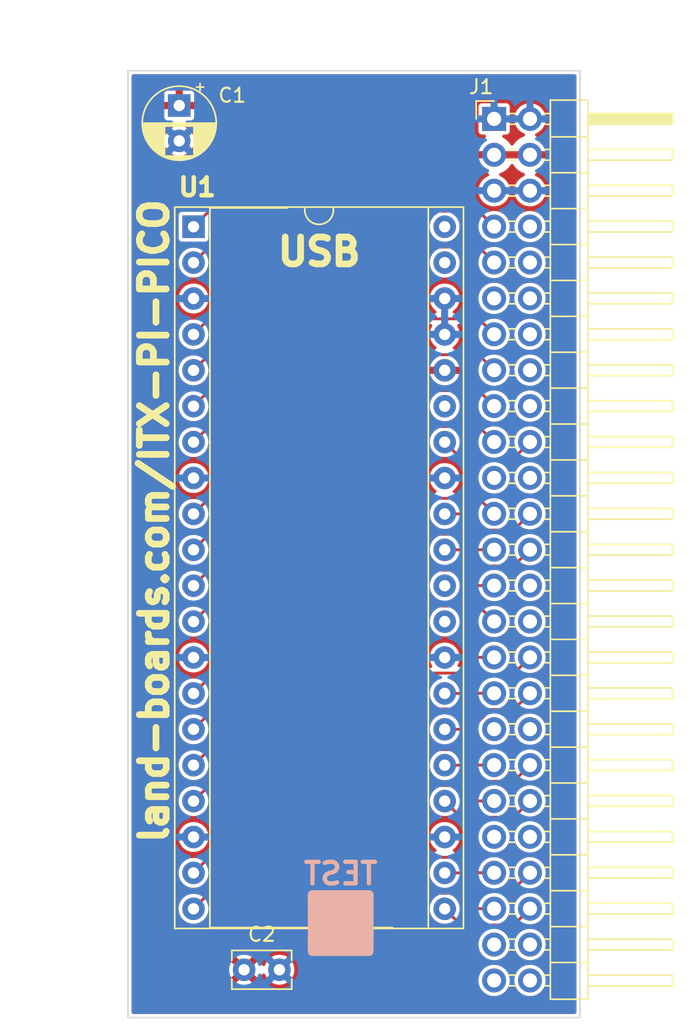
<source format=kicad_pcb>
(kicad_pcb (version 20211014) (generator pcbnew)
  (title_block (title "ITX-PI-PICO") (date "2022-08-28") (rev "1") (company "land-boards.com"))
  (layers (0 "F.Cu" signal) (31 "B.Cu" signal) (36 "B.SilkS" user "B.Silkscreen") (37 "F.SilkS" user "F.Silkscreen") (38 "B.Mask" user) (39 "F.Mask" user) (44 "Edge.Cuts" user))
  (net 0 "")
  (net 1 "/IO_AA13")
  (net 2 "GND")
  (net 3 "+3V3")
  (net 4 "/IO_AB13")
  (net 5 "/IO_AA14")
  (net 6 "/IO_AB14")
  (net 7 "/IO_AA15")
  (net 8 "/IO_AB15")
  (net 9 "/IO_AA16")
  (net 10 "/IO_AB16")
  (net 11 "/IO_AA17")
  (net 12 "/IO_AB17")
  (net 13 "/IO_AA18")
  (net 14 "/IO_AB18")
  (net 15 "/IO_AA19")
  (net 16 "/IO_AB19")
  (net 17 "/IO_AB20")
  (net 18 "/IO_AA20")
  (net 19 "/IO_Y21")
  (net 20 "/IO_Y22")
  (net 21 "/IO_W21")
  (net 22 "/IO_W22")
  (net 23 "/IO_V21")
  (net 24 "/IO_V22")
  (net 25 "/IO_U21")
  (net 26 "/IO_U22")
  (net 27 "/IO_R21")
  (net 28 "/IO_R22")
  (net 29 "/IO_P21")
  (net 30 "/IO_P22")
  (net 31 "/IO_N21")
  (net 32 "/IO_M21")
  (net 33 "/IO_M22")
  (net 34 "/IO_L21")
  (net 35 "/IO_L22")
  (net 36 "/IO_K21")
  (net 37 "/IO_K22")
  (net 38 "/IO_J21")
  (net 39 "/IO_J22")
  (net 40 "/IO_N22")
  (footprint "LandBoards_BoardOutlines:RasPiPico" (layer "F.Cu") (at 88.641 66.045)
    (fp_text reference "U1" (at 0.259 -2.799 -180) (layer "F.SilkS") (effects (font (size 1.27 1.27) (thickness 0.3175))))
    (fp_text value "RPi-PICO" hide)
    (fp_line (start 6.62 -1.33) (end 1.16 -1.33) (layer "F.SilkS") (width 0.12))
    (fp_line (start 16.62 49.59) (end 16.62 -1.33) (layer "F.SilkS") (width 0.12))
    (fp_line (start 19.11 49.65) (end 19.11 -1.39) (layer "F.SilkS") (width 0.12))
    (fp_line (start 1.16 49.59) (end 14.08 49.59) (layer "F.SilkS") (width 0.12))
    (fp_line (start -1.33 -1.39) (end -1.33 49.65) (layer "F.SilkS") (width 0.12))
    (fp_line (start -1.33 49.65) (end 19.11 49.65) (layer "F.SilkS") (width 0.12))
    (fp_line (start 19.11 -1.39) (end -1.33 -1.39) (layer "F.SilkS") (width 0.12))
    (fp_line (start 1.16 -1.33) (end 1.16 49.59) (layer "F.SilkS") (width 0.12))
    (fp_arc (start 9.89 -1.33) (mid 8.89 -0.16725) (end 7.89 -1.33) (layer "F.SilkS") (width 0.12))
    (pad "1" thru_hole rect (at 0 0) (size 1.6 1.6) (drill 0.8) (layers *.Cu *.Mask) (net 1 "/IO_AA13"))
    (pad "2" thru_hole oval (at 0 2.54) (size 1.6 1.6) (drill 0.8) (layers *.Cu *.Mask) (net 5 "/IO_AA14"))
    (pad "3" thru_hole oval (at 0 5.08) (size 1.6 1.6) (drill 0.8) (layers *.Cu *.Mask) (net 2 "GND"))
    (pad "4" thru_hole oval (at 0 7.62) (size 1.6 1.6) (drill 0.8) (layers *.Cu *.Mask) (net 9 "/IO_AA16"))
    (pad "5" thru_hole oval (at 0 10.16) (size 1.6 1.6) (drill 0.8) (layers *.Cu *.Mask) (net 11 "/IO_AA17"))
    (pad "6" thru_hole oval (at 0 12.7) (size 1.6 1.6) (drill 0.8) (layers *.Cu *.Mask) (net 13 "/IO_AA18"))
    (pad "7" thru_hole oval (at 0 15.24) (size 1.6 1.6) (drill 0.8) (layers *.Cu *.Mask) (net 15 "/IO_AA19"))
    (pad "8" thru_hole oval (at 0 17.78) (size 1.6 1.6) (drill 0.8) (layers *.Cu *.Mask) (net 2 "GND"))
    (pad "9" thru_hole oval (at 0 20.32) (size 1.6 1.6) (drill 0.8) (layers *.Cu *.Mask) (net 20 "/IO_Y22"))
    (pad "10" thru_hole oval (at 0 22.86) (size 1.6 1.6) (drill 0.8) (layers *.Cu *.Mask) (net 22 "/IO_W22"))
    (pad "11" thru_hole oval (at 0 25.4) (size 1.6 1.6) (drill 0.8) (layers *.Cu *.Mask) (net 24 "/IO_V22"))
    (pad "12" thru_hole oval (at 0 27.94) (size 1.6 1.6) (drill 0.8) (layers *.Cu *.Mask) (net 26 "/IO_U22"))
    (pad "13" thru_hole oval (at 0 30.48) (size 1.6 1.6) (drill 0.8) (layers *.Cu *.Mask) (net 2 "GND"))
    (pad "14" thru_hole oval (at 0 33.02) (size 1.6 1.6) (drill 0.8) (layers *.Cu *.Mask) (net 28 "/IO_R22"))
    (pad "15" thru_hole oval (at 0 35.56) (size 1.6 1.6) (drill 0.8) (layers *.Cu *.Mask) (net 30 "/IO_P22"))
    (pad "16" thru_hole oval (at 0 38.1) (size 1.6 1.6) (drill 0.8) (layers *.Cu *.Mask) (net 40 "/IO_N22"))
    (pad "17" thru_hole oval (at 0 40.64) (size 1.6 1.6) (drill 0.8) (layers *.Cu *.Mask) (net 33 "/IO_M22"))
    (pad "18" thru_hole oval (at 0 43.18) (size 1.6 1.6) (drill 0.8) (layers *.Cu *.Mask) (net 2 "GND"))
    (pad "19" thru_hole oval (at 0 45.72) (size 1.6 1.6) (drill 0.8) (layers *.Cu *.Mask) (net 37 "/IO_K22"))
    (pad "20" thru_hole oval (at 0 48.26) (size 1.6 1.6) (drill 0.8) (layers *.Cu *.Mask) (net 39 "/IO_J22"))
    (pad "21" thru_hole oval (at 17.78 48.26) (size 1.6 1.6) (drill 0.8) (layers *.Cu *.Mask) (net 38 "/IO_J21"))
    (pad "22" thru_hole oval (at 17.78 45.72) (size 1.6 1.6) (drill 0.8) (layers *.Cu *.Mask) (net 36 "/IO_K21"))
    (pad "23" thru_hole oval (at 17.78 43.18) (size 1.6 1.6) (drill 0.8) (layers *.Cu *.Mask) (net 2 "GND"))
    (pad "24" thru_hole oval (at 17.78 40.64) (size 1.6 1.6) (drill 0.8) (layers *.Cu *.Mask) (net 32 "/IO_M21"))
    (pad "25" thru_hole oval (at 17.78 38.1) (size 1.6 1.6) (drill 0.8) (layers *.Cu *.Mask) (net 31 "/IO_N21"))
    (pad "26" thru_hole oval (at 17.78 35.56) (size 1.6 1.6) (drill 0.8) (layers *.Cu *.Mask) (net 29 "/IO_P21"))
    (pad "27" thru_hole oval (at 17.78 33.02) (size 1.6 1.6) (drill 0.8) (layers *.Cu *.Mask) (net 27 "/IO_R21"))
    (pad "28" thru_hole oval (at 17.78 30.48) (size 1.6 1.6) (drill 0.8) (layers *.Cu *.Mask) (net 2 "GND"))
    (pad "29" thru_hole oval (at 17.78 27.94) (size 1.6 1.6) (drill 0.8) (layers *.Cu *.Mask))
    (pad "30" thru_hole oval (at 17.78 25.4) (size 1.6 1.6) (drill 0.8) (layers *.Cu *.Mask))
    (pad "31" thru_hole oval (at 17.78 22.86) (size 1.6 1.6) (drill 0.8) (layers *.Cu *.Mask) (net 21 "/IO_W21"))
    (pad "32" thru_hole oval (at 17.78 20.32) (size 1.6 1.6) (drill 0.8) (layers *.Cu *.Mask) (net 19 "/IO_Y21"))
    (pad "33" thru_hole oval (at 17.78 17.78) (size 1.6 1.6) (drill 0.8) (layers *.Cu *.Mask) (net 2 "GND"))
    (pad "34" thru_hole oval (at 17.78 15.24) (size 1.6 1.6) (drill 0.8) (layers *.Cu *.Mask) (net 16 "/IO_AB19"))
    (pad "35" thru_hole oval (at 17.78 12.7) (size 1.6 1.6) (drill 0.8) (layers *.Cu *.Mask))
    (pad "36" thru_hole oval (at 17.78 10.16) (size 1.6 1.6) (drill 0.8) (layers *.Cu *.Mask) (net 3 "+3V3"))
    (pad "37" thru_hole oval (at 17.78 7.62) (size 1.6 1.6) (drill 0.8) (layers *.Cu *.Mask) (net 2 "GND"))
    (pad "38" thru_hole oval (at 17.78 5.08) (size 1.6 1.6) (drill 0.8) (layers *.Cu *.Mask) (net 2 "GND"))
    (pad "39" thru_hole oval (at 17.78 2.54) (size 1.6 1.6) (drill 0.8) (layers *.Cu *.Mask))
    (pad "40" thru_hole oval (at 17.78 0) (size 1.6 1.6) (drill 0.8) (layers *.Cu *.Mask))
  )
  (footprint "LandBoards_Marking:TEST_BLK-REAR" (layer "F.Cu") (at 99.06 115.316)
    (fp_text reference "TEST" (at 0 -3.5) (layer "B.SilkS") (effects (font (size 1.524 1.524) (thickness 0.3048)) (justify mirror)))
    (fp_text value "COUPON" hide)
    (fp_line (start -2 0.5) (end 1.5 0.5) (layer "B.SilkS") (width 0.65))
    (fp_line (start -2 2) (end -2 -2) (layer "B.SilkS") (width 0.65))
    (fp_line (start -2 -1.5) (end 2 -1.5) (layer "B.SilkS") (width 0.65))
    (fp_line (start 2 2) (end -2 2) (layer "B.SilkS") (width 0.65))
    (fp_line (start 1.5 0.5) (end 2 0.5) (layer "B.SilkS") (width 0.65))
    (fp_line (start 2 0.5) (end 2 1) (layer "B.SilkS") (width 0.65))
    (fp_line (start 2 -2) (end 2 2) (layer "B.SilkS") (width 0.65))
    (fp_line (start 2 -1.5) (end 2 -1) (layer "B.SilkS") (width 0.65))
    (fp_line (start 2 0) (end -2 0) (layer "B.SilkS") (width 0.65))
    (fp_line (start -2 -1) (end -2 -0.5) (layer "B.SilkS") (width 0.65))
    (fp_line (start -2 1.5) (end 2 1.5) (layer "B.SilkS") (width 0.65))
    (fp_line (start -2 -2) (end 2 -2) (layer "B.SilkS") (width 0.65))
    (fp_line (start 2 -1) (end -2 -1) (layer "B.SilkS") (width 0.65))
    (fp_line (start -2 -2) (end -2 -1.5) (layer "B.SilkS") (width 0.65))
    (fp_line (start -2 -0.5) (end 2 -0.5) (layer "B.SilkS") (width 0.65))
    (fp_line (start -2 1) (end -2 1.5) (layer "B.SilkS") (width 0.65))
    (fp_line (start 2 -0.5) (end 2 0) (layer "B.SilkS") (width 0.65))
    (fp_line (start -2 0) (end -2 0.5) (layer "B.SilkS") (width 0.65))
    (fp_line (start 2 1) (end -2 1) (layer "B.SilkS") (width 0.65))
  )
  (footprint "Capacitor_THT:C_Rect_L4.0mm_W2.5mm_P2.50mm" (layer "F.Cu") (at 92.222 118.618)
    (fp_text reference "C2" (at 1.25 -2.5) (layer "F.SilkS"))
    (fp_text value "0.1uF")
    (fp_line (start 3.37 0.665) (end 3.37 1.37) (layer "F.SilkS") (width 0.12))
    (fp_line (start -0.87 1.37) (end 3.37 1.37) (layer "F.SilkS") (width 0.12))
    (fp_line (start -0.87 0.665) (end -0.87 1.37) (layer "F.SilkS") (width 0.12))
    (fp_line (start -0.87 -1.37) (end -0.87 -0.665) (layer "F.SilkS") (width 0.12))
    (fp_line (start 3.37 -1.37) (end 3.37 -0.665) (layer "F.SilkS") (width 0.12))
    (fp_line (start -0.87 -1.37) (end 3.37 -1.37) (layer "F.SilkS") (width 0.12))
    (pad "1" thru_hole circle (at 0 0) (size 1.6 1.6) (drill 0.8) (layers *.Cu *.Mask) (net 3 "+3V3"))
    (pad "2" thru_hole circle (at 2.5 0) (size 1.6 1.6) (drill 0.8) (layers *.Cu *.Mask) (net 2 "GND"))
  )
  (footprint "Connector_PinHeader_2.54mm:PinHeader_2x25_P2.54mm_Horizontal" (layer "F.Cu") (at 109.92 58.415)
    (fp_text reference "J1" (at -0.92 -2.27) (layer "F.SilkS"))
    (fp_text value "Conn_02x25_Odd_Even")
    (fp_line (start 1.042929 37.72) (end 1.497071 37.72) (layer "F.SilkS") (width 0.12))
    (fp_line (start 12.64 58.04) (end 12.64 58.8) (layer "F.SilkS") (width 0.12))
    (fp_line (start 12.64 58.8) (end 6.64 58.8) (layer "F.SilkS") (width 0.12))
    (fp_line (start 3.98 31.75) (end 6.64 31.75) (layer "F.SilkS") (width 0.12))
    (fp_line (start 1.042929 53.72) (end 1.497071 53.72) (layer "F.SilkS") (width 0.12))
    (fp_line (start 12.64 19.94) (end 12.64 20.7) (layer "F.SilkS") (width 0.12))
    (fp_line (start 1.042929 42.8) (end 1.497071 42.8) (layer "F.SilkS") (width 0.12))
    (fp_line (start 1.042929 9.78) (end 1.497071 9.78) (layer "F.SilkS") (width 0.12))
    (fp_line (start 1.042929 27.56) (end 1.497071 27.56) (layer "F.SilkS") (width 0.12))
    (fp_line (start 1.042929 33.4) (end 1.497071 33.4) (layer "F.SilkS") (width 0.12))
    (fp_line (start 3.98 39.37) (end 6.64 39.37) (layer "F.SilkS") (width 0.12))
    (fp_line (start 6.64 22.48) (end 12.64 22.48) (layer "F.SilkS") (width 0.12))
    (fp_line (start 12.64 33.4) (end 6.64 33.4) (layer "F.SilkS") (width 0.12))
    (fp_line (start 1.042929 10.54) (end 1.497071 10.54) (layer "F.SilkS") (width 0.12))
    (fp_line (start 1.042929 22.48) (end 1.497071 22.48) (layer "F.SilkS") (width 0.12))
    (fp_line (start 1.042929 56.26) (end 1.497071 56.26) (layer "F.SilkS") (width 0.12))
    (fp_line (start 6.64 -0.2) (end 12.64 -0.2) (layer "F.SilkS") (width 0.12))
    (fp_line (start 1.042929 15.62) (end 1.497071 15.62) (layer "F.SilkS") (width 0.12))
    (fp_line (start 6.64 -0.38) (end 12.64 -0.38) (layer "F.SilkS") (width 0.12))
    (fp_line (start 1.042929 4.7) (end 1.497071 4.7) (layer "F.SilkS") (width 0.12))
    (fp_line (start 12.64 32.64) (end 12.64 33.4) (layer "F.SilkS") (width 0.12))
    (fp_line (start 1.042929 13.08) (end 1.497071 13.08) (layer "F.SilkS") (width 0.12))
    (fp_line (start 3.98 57.15) (end 6.64 57.15) (layer "F.SilkS") (width 0.12))
    (fp_line (start 3.98 -1.33) (end 3.98 62.29) (layer "F.SilkS") (width 0.12))
    (fp_line (start 3.582929 51.18) (end 3.98 51.18) (layer "F.SilkS") (width 0.12))
    (fp_line (start 12.64 60.58) (end 12.64 61.34) (layer "F.SilkS") (width 0.12))
    (fp_line (start 12.64 2.92) (end 6.64 2.92) (layer "F.SilkS") (width 0.12))
    (fp_line (start 1.042929 46.1) (end 1.497071 46.1) (layer "F.SilkS") (width 0.12))
    (fp_line (start 3.582929 7.24) (end 3.98 7.24) (layer "F.SilkS") (width 0.12))
    (fp_line (start 3.582929 22.48) (end 3.98 22.48) (layer "F.SilkS") (width 0.12))
    (fp_line (start 3.582929 20.7) (end 3.98 20.7) (layer "F.SilkS") (width 0.12))
    (fp_line (start 12.64 28.32) (end 6.64 28.32) (layer "F.SilkS") (width 0.12))
    (fp_line (start 1.042929 38.48) (end 1.497071 38.48) (layer "F.SilkS") (width 0.12))
    (fp_line (start 6.64 -1.33) (end 3.98 -1.33) (layer "F.SilkS") (width 0.12))
    (fp_line (start 3.582929 60.58) (end 3.98 60.58) (layer "F.SilkS") (width 0.12))
    (fp_line (start 3.98 54.61) (end 6.64 54.61) (layer "F.SilkS") (width 0.12))
    (fp_line (start 1.11 -0.38) (end 1.497071 -0.38) (layer "F.SilkS") (width 0.12))
    (fp_line (start 3.98 34.29) (end 6.64 34.29) (layer "F.SilkS") (width 0.12))
    (fp_line (start 1.042929 55.5) (end 1.497071 55.5) (layer "F.SilkS") (width 0.12))
    (fp_line (start 3.98 29.21) (end 6.64 29.21) (layer "F.SilkS") (width 0.12))
    (fp_line (start 3.582929 0.38) (end 3.98 0.38) (layer "F.SilkS") (width 0.12))
    (fp_line (start 12.64 43.56) (end 6.64 43.56) (layer "F.SilkS") (width 0.12))
    (fp_line (start 6.64 58.04) (end 12.64 58.04) (layer "F.SilkS") (width 0.12))
    (fp_line (start 6.64 30.1) (end 12.64 30.1) (layer "F.SilkS") (width 0.12))
    (fp_line (start 12.64 61.34) (end 6.64 61.34) (layer "F.SilkS") (width 0.12))
    (fp_line (start 3.582929 19.94) (end 3.98 19.94) (layer "F.SilkS") (width 0.12))
    (fp_line (start 3.98 62.29) (end 6.64 62.29) (layer "F.SilkS") (width 0.12))
    (fp_line (start 6.64 4.7) (end 12.64 4.7) (layer "F.SilkS") (width 0.12))
    (fp_line (start 6.64 19.94) (end 12.64 19.94) (layer "F.SilkS") (width 0.12))
    (fp_line (start 12.64 23.24) (end 6.64 23.24) (layer "F.SilkS") (width 0.12))
    (fp_line (start 3.582929 55.5) (end 3.98 55.5) (layer "F.SilkS") (width 0.12))
    (fp_line (start 3.582929 4.7) (end 3.98 4.7) (layer "F.SilkS") (width 0.12))
    (fp_line (start 3.582929 37.72) (end 3.98 37.72) (layer "F.SilkS") (width 0.12))
    (fp_line (start 3.582929 61.34) (end 3.98 61.34) (layer "F.SilkS") (width 0.12))
    (fp_line (start 12.64 30.1) (end 12.64 30.86) (layer "F.SilkS") (width 0.12))
    (fp_line (start 3.582929 40.26) (end 3.98 40.26) (layer "F.SilkS") (width 0.12))
    (fp_line (start 12.64 10.54) (end 6.64 10.54) (layer "F.SilkS") (width 0.12))
    (fp_line (start 6.64 0.28) (end 12.64 0.28) (layer "F.SilkS") (width 0.12))
    (fp_line (start 3.582929 46.1) (end 3.98 46.1) (layer "F.SilkS") (width 0.12))
    (fp_line (start 3.582929 48.64) (end 3.98 48.64) (layer "F.SilkS") (width 0.12))
    (fp_line (start 3.582929 18.16) (end 3.98 18.16) (layer "F.SilkS") (width 0.12))
    (fp_line (start 3.582929 58.04) (end 3.98 58.04) (layer "F.SilkS") (width 0.12))
    (fp_line (start 6.64 40.26) (end 12.64 40.26) (layer "F.SilkS") (width 0.12))
    (fp_line (start 12.64 50.42) (end 12.64 51.18) (layer "F.SilkS") (width 0.12))
    (fp_line (start 6.64 25.02) (end 12.64 25.02) (layer "F.SilkS") (width 0.12))
    (fp_line (start 1.042929 30.86) (end 1.497071 30.86) (layer "F.SilkS") (width 0.12))
    (fp_line (start 12.64 55.5) (end 12.64 56.26) (layer "F.SilkS") (width 0.12))
    (fp_line (start 12.64 0.38) (end 6.64 0.38) (layer "F.SilkS") (width 0.12))
    (fp_line (start 3.582929 43.56) (end 3.98 43.56) (layer "F.SilkS") (width 0.12))
    (fp_line (start 6.64 47.88) (end 12.64 47.88) (layer "F.SilkS") (width 0.12))
    (fp_line (start 3.582929 17.4) (end 3.98 17.4) (layer "F.SilkS") (width 0.12))
    (fp_line (start 12.64 37.72) (end 12.64 38.48) (layer "F.SilkS") (width 0.12))
    (fp_line (start 1.042929 58.04) (end 1.497071 58.04) (layer "F.SilkS") (width 0.12))
    (fp_line (start 12.64 42.8) (end 12.64 43.56) (layer "F.SilkS") (width 0.12))
    (fp_line (start 3.582929 5.46) (end 3.98 5.46) (layer "F.SilkS") (width 0.12))
    (fp_line (start 3.582929 33.4) (end 3.98 33.4) (layer "F.SilkS") (width 0.12))
    (fp_line (start 12.64 20.7) (end 6.64 20.7) (layer "F.SilkS") (width 0.12))
    (fp_line (start 12.64 15.62) (end 6.64 15.62) (layer "F.SilkS") (width 0.12))
    (fp_line (start 3.582929 50.42) (end 3.98 50.42) (layer "F.SilkS") (width 0.12))
    (fp_line (start 1.042929 40.26) (end 1.497071 40.26) (layer "F.SilkS") (width 0.12))
    (fp_line (start 6.64 42.8) (end 12.64 42.8) (layer "F.SilkS") (width 0.12))
    (fp_line (start 1.11 0.38) (end 1.497071 0.38) (layer "F.SilkS") (width 0.12))
    (fp_line (start 3.98 11.43) (end 6.64 11.43) (layer "F.SilkS") (width 0.12))
    (fp_line (start 3.98 59.69) (end 6.64 59.69) (layer "F.SilkS") (width 0.12))
    (fp_line (start 6.64 0.04) (end 12.64 0.04) (layer "F.SilkS") (width 0.12))
    (fp_line (start 1.042929 60.58) (end 1.497071 60.58) (layer "F.SilkS") (width 0.12))
    (fp_line (start 6.64 9.78) (end 12.64 9.78) (layer "F.SilkS") (width 0.12))
    (fp_line (start 3.582929 32.64) (end 3.98 32.64) (layer "F.SilkS") (width 0.12))
    (fp_line (start 12.64 -0.38) (end 12.64 0.38) (layer "F.SilkS") (width 0.12))
    (fp_line (start 1.042929 25.78) (end 1.497071 25.78) (layer "F.SilkS") (width 0.12))
    (fp_line (start 3.582929 2.16) (end 3.98 2.16) (layer "F.SilkS") (width 0.12))
    (fp_line (start 3.582929 25.02) (end 3.98 25.02) (layer "F.SilkS") (width 0.12))
    (fp_line (start 3.98 26.67) (end 6.64 26.67) (layer "F.SilkS") (width 0.12))
    (fp_line (start 1.042929 52.96) (end 1.497071 52.96) (layer "F.SilkS") (width 0.12))
    (fp_line (start 1.042929 61.34) (end 1.497071 61.34) (layer "F.SilkS") (width 0.12))
    (fp_line (start 6.64 37.72) (end 12.64 37.72) (layer "F.SilkS") (width 0.12))
    (fp_line (start -1.27 -1.27) (end 0 -1.27) (layer "F.SilkS") (width 0.12))
    (fp_line (start 3.98 8.89) (end 6.64 8.89) (layer "F.SilkS") (width 0.12))
    (fp_line (start 6.64 32.64) (end 12.64 32.64) (layer "F.SilkS") (width 0.12))
    (fp_line (start 3.98 46.99) (end 6.64 46.99) (layer "F.SilkS") (width 0.12))
    (fp_line (start 6.64 -0.32) (end 12.64 -0.32) (layer "F.SilkS") (width 0.12))
    (fp_line (start 1.042929 30.1) (end 1.497071 30.1) (layer "F.SilkS") (width 0.12))
    (fp_line (start 12.64 40.26) (end 12.64 41.02) (layer "F.SilkS") (width 0.12))
    (fp_line (start 12.64 17.4) (end 12.64 18.16) (layer "F.SilkS") (width 0.12))
    (fp_line (start 1.042929 51.18) (end 1.497071 51.18) (layer "F.SilkS") (width 0.12))
    (fp_line (start -1.27 0) (end -1.27 -1.27) (layer "F.SilkS") (width 0.12))
    (fp_line (start 12.64 9.78) (end 12.64 10.54) (layer "F.SilkS") (width 0.12))
    (fp_line (start 3.582929 13.08) (end 3.98 13.08) (layer "F.SilkS") (width 0.12))
    (fp_line (start 6.64 17.4) (end 12.64 17.4) (layer "F.SilkS") (width 0.12))
    (fp_line (start 6.64 27.56) (end 12.64 27.56) (layer "F.SilkS") (width 0.12))
    (fp_line (start 3.582929 53.72) (end 3.98 53.72) (layer "F.SilkS") (width 0.12))
    (fp_line (start 12.64 48.64) (end 6.64 48.64) (layer "F.SilkS") (width 0.12))
    (fp_line (start 6.64 0.16) (end 12.64 0.16) (layer "F.SilkS") (width 0.12))
    (fp_line (start 1.042929 48.64) (end 1.497071 48.64) (layer "F.SilkS") (width 0.12))
    (fp_line (start 12.64 5.46) (end 6.64 5.46) (layer "F.SilkS") (width 0.12))
    (fp_line (start 1.042929 7.24) (end 1.497071 7.24) (layer "F.SilkS") (width 0.12))
    (fp_line (start 6.64 14.86) (end 12.64 14.86) (layer "F.SilkS") (width 0.12))
    (fp_line (start 6.64 55.5) (end 12.64 55.5) (layer "F.SilkS") (width 0.12))
    (fp_line (start 12.64 47.88) (end 12.64 48.64) (layer "F.SilkS") (width 0.12))
    (fp_line (start 12.64 14.86) (end 12.64 15.62) (layer "F.SilkS") (width 0.12))
    (fp_line (start 12.64 27.56) (end 12.64 28.32) (layer "F.SilkS") (width 0.12))
    (fp_line (start 6.64 50.42) (end 12.64 50.42) (layer "F.SilkS") (width 0.12))
    (fp_line (start 6.64 45.34) (end 12.64 45.34) (layer "F.SilkS") (width 0.12))
    (fp_line (start 12.64 13.08) (end 6.64 13.08) (layer "F.SilkS") (width 0.12))
    (fp_line (start 3.98 44.45) (end 6.64 44.45) (layer "F.SilkS") (width 0.12))
    (fp_line (start 12.64 51.18) (end 6.64 51.18) (layer "F.SilkS") (width 0.12))
    (fp_line (start 3.582929 14.86) (end 3.98 14.86) (layer "F.SilkS") (width 0.12))
    (fp_line (start 1.042929 45.34) (end 1.497071 45.34) (layer "F.SilkS") (width 0.12))
    (fp_line (start 12.64 7.24) (end 12.64 8) (layer "F.SilkS") (width 0.12))
    (fp_line (start 1.042929 50.42) (end 1.497071 50.42) (layer "F.SilkS") (width 0.12))
    (fp_line (start 12.64 4.7) (end 12.64 5.46) (layer "F.SilkS") (width 0.12))
    (fp_line (start 3.98 1.27) (end 6.64 1.27) (layer "F.SilkS") (width 0.12))
    (fp_line (start 3.582929 10.54) (end 3.98 10.54) (layer "F.SilkS") (width 0.12))
    (fp_line (start 1.042929 35.94) (end 1.497071 35.94) (layer "F.SilkS") (width 0.12))
    (fp_line (start 3.582929 30.1) (end 3.98 30.1) (layer "F.SilkS") (width 0.12))
    (fp_line (start 1.042929 41.02) (end 1.497071 41.02) (layer "F.SilkS") (width 0.12))
    (fp_line (start 12.64 38.48) (end 6.64 38.48) (layer "F.SilkS") (width 0.12))
    (fp_line (start 3.582929 45.34) (end 3.98 45.34) (layer "F.SilkS") (width 0.12))
    (fp_line (start 3.582929 8) (end 3.98 8) (layer "F.SilkS") (width 0.12))
    (fp_line (start 1.042929 2.92) (end 1.497071 2.92) (layer "F.SilkS") (width 0.12))
    (fp_line (start 1.042929 5.46) (end 1.497071 5.46) (layer "F.SilkS") (width 0.12))
    (fp_line (start 3.98 24.13) (end 6.64 24.13) (layer "F.SilkS") (width 0.12))
    (fp_line (start 1.042929 23.24) (end 1.497071 23.24) (layer "F.SilkS") (width 0.12))
    (fp_line (start 3.582929 28.32) (end 3.98 28.32) (layer "F.SilkS") (width 0.12))
    (fp_line (start 12.64 2.16) (end 12.64 2.92) (layer "F.SilkS") (width 0.12))
    (fp_line (start 1.042929 58.8) (end 1.497071 58.8) (layer "F.SilkS") (width 0.12))
    (fp_line (start 12.64 41.02) (end 6.64 41.02) (layer "F.SilkS") (width 0.12))
    (fp_line (start 1.042929 18.16) (end 1.497071 18.16) (layer "F.SilkS") (width 0.12))
    (fp_line (start 12.64 52.96) (end 12.64 53.72) (layer "F.SilkS") (width 0.12))
    (fp_line (start 1.042929 17.4) (end 1.497071 17.4) (layer "F.SilkS") (width 0.12))
    (fp_line (start 3.582929 38.48) (end 3.98 38.48) (layer "F.SilkS") (width 0.12))
    (fp_line (start 3.98 13.97) (end 6.64 13.97) (layer "F.SilkS") (width 0.12))
    (fp_line (start 1.042929 20.7) (end 1.497071 20.7) (layer "F.SilkS") (width 0.12))
    (fp_line (start 3.98 16.51) (end 6.64 16.51) (layer "F.SilkS") (width 0.12))
    (fp_line (start 12.64 30.86) (end 6.64 30.86) (layer "F.SilkS") (width 0.12))
    (fp_line (start 12.64 56.26) (end 6.64 56.26) (layer "F.SilkS") (width 0.12))
    (fp_line (start 6.64 60.58) (end 12.64 60.58) (layer "F.SilkS") (width 0.12))
    (fp_line (start 6.64 -0.08) (end 12.64 -0.08) (layer "F.SilkS") (width 0.12))
    (fp_line (start 1.042929 8) (end 1.497071 8) (layer "F.SilkS") (width 0.12))
    (fp_line (start 6.64 2.16) (end 12.64 2.16) (layer "F.SilkS") (width 0.12))
    (fp_line (start 3.582929 58.8) (end 3.98 58.8) (layer "F.SilkS") (width 0.12))
    (fp_line (start 3.98 49.53) (end 6.64 49.53) (layer "F.SilkS") (width 0.12))
    (fp_line (start 3.98 6.35) (end 6.64 6.35) (layer "F.SilkS") (width 0.12))
    (fp_line (start 3.582929 2.92) (end 3.98 2.92) (layer "F.SilkS") (width 0.12))
    (fp_line (start 12.64 35.94) (end 6.64 35.94) (layer "F.SilkS") (width 0.12))
    (fp_line (start 3.582929 27.56) (end 3.98 27.56) (layer "F.SilkS") (width 0.12))
    (fp_line (start 3.582929 15.62) (end 3.98 15.62) (layer "F.SilkS") (width 0.12))
    (fp_line (start 3.582929 41.02) (end 3.98 41.02) (layer "F.SilkS") (width 0.12))
    (fp_line (start 3.582929 47.88) (end 3.98 47.88) (layer "F.SilkS") (width 0.12))
    (fp_line (start 1.042929 25.02) (end 1.497071 25.02) (layer "F.SilkS") (width 0.12))
    (fp_line (start 12.64 22.48) (end 12.64 23.24) (layer "F.SilkS") (width 0.12))
    (fp_line (start 1.042929 12.32) (end 1.497071 12.32) (layer "F.SilkS") (width 0.12))
    (fp_line (start 3.98 21.59) (end 6.64 21.59) (layer "F.SilkS") (width 0.12))
    (fp_line (start 1.042929 19.94) (end 1.497071 19.94) (layer "F.SilkS") (width 0.12))
    (fp_line (start 3.98 19.05) (end 6.64 19.05) (layer "F.SilkS") (width 0.12))
    (fp_line (start 3.98 41.91) (end 6.64 41.91) (layer "F.SilkS") (width 0.12))
    (fp_line (start 6.64 35.18) (end 12.64 35.18) (layer "F.SilkS") (width 0.12))
    (fp_line (start 3.582929 35.18) (end 3.98 35.18) (layer "F.SilkS") (width 0.12))
    (fp_line (start 6.64 7.24) (end 12.64 7.24) (layer "F.SilkS") (width 0.12))
    (fp_line (start 1.042929 43.56) (end 1.497071 43.56) (layer "F.SilkS") (width 0.12))
    (fp_line (start 1.042929 47.88) (end 1.497071 47.88) (layer "F.SilkS") (width 0.12))
    (fp_line (start 12.64 25.78) (end 6.64 25.78) (layer "F.SilkS") (width 0.12))
    (fp_line (start 6.64 62.29) (end 6.64 -1.33) (layer "F.SilkS") (width 0.12))
    (fp_line (start 3.582929 12.32) (end 3.98 12.32) (layer "F.SilkS") (width 0.12))
    (fp_line (start 12.64 25.02) (end 12.64 25.78) (layer "F.SilkS") (width 0.12))
    (fp_line (start 12.64 12.32) (end 12.64 13.08) (layer "F.SilkS") (width 0.12))
    (fp_line (start 3.582929 9.78) (end 3.98 9.78) (layer "F.SilkS") (width 0.12))
    (fp_line (start 12.64 46.1) (end 6.64 46.1) (layer "F.SilkS") (width 0.12))
    (fp_line (start 1.042929 2.16) (end 1.497071 2.16) (layer "F.SilkS") (width 0.12))
    (fp_line (start 12.64 45.34) (end 12.64 46.1) (layer "F.SilkS") (width 0.12))
    (fp_line (start 3.582929 56.26) (end 3.98 56.26) (layer "F.SilkS") (width 0.12))
    (fp_line (start 3.582929 -0.38) (end 3.98 -0.38) (layer "F.SilkS") (width 0.12))
    (fp_line (start 6.64 52.96) (end 12.64 52.96) (layer "F.SilkS") (width 0.12))
    (fp_line (start 12.64 35.18) (end 12.64 35.94) (layer "F.SilkS") (width 0.12))
    (fp_line (start 1.042929 35.18) (end 1.497071 35.18) (layer "F.SilkS") (width 0.12))
    (fp_line (start 12.64 18.16) (end 6.64 18.16) (layer "F.SilkS") (width 0.12))
    (fp_line (start 3.582929 23.24) (end 3.98 23.24) (layer "F.SilkS") (width 0.12))
    (fp_line (start 3.582929 30.86) (end 3.98 30.86) (layer "F.SilkS") (width 0.12))
    (fp_line (start 3.582929 25.78) (end 3.98 25.78) (layer "F.SilkS") (width 0.12))
    (fp_line (start 3.98 36.83) (end 6.64 36.83) (layer "F.SilkS") (width 0.12))
    (fp_line (start 1.042929 14.86) (end 1.497071 14.86) (layer "F.SilkS") (width 0.12))
    (fp_line (start 6.64 12.32) (end 12.64 12.32) (layer "F.SilkS") (width 0.12))
    (fp_line (start 3.98 52.07) (end 6.64 52.07) (layer "F.SilkS") (width 0.12))
    (fp_line (start 12.64 8) (end 6.64 8) (layer "F.SilkS") (width 0.12))
    (fp_line (start 3.98 3.81) (end 6.64 3.81) (layer "F.SilkS") (width 0.12))
    (fp_line (start 12.64 53.72) (end 6.64 53.72) (layer "F.SilkS") (width 0.12))
    (fp_line (start 1.042929 32.64) (end 1.497071 32.64) (layer "F.SilkS") (width 0.12))
    (fp_line (start 3.582929 35.94) (end 3.98 35.94) (layer "F.SilkS") (width 0.12))
    (fp_line (start 3.582929 42.8) (end 3.98 42.8) (layer "F.SilkS") (width 0.12))
    (fp_line (start 3.582929 52.96) (end 3.98 52.96) (layer "F.SilkS") (width 0.12))
    (fp_line (start 1.042929 28.32) (end 1.497071 28.32) (layer "F.SilkS") (width 0.12))
    (pad "1" thru_hole rect (at 0 0) (size 1.7 1.7) (drill 1) (layers *.Cu *.Mask) (net 2 "GND"))
    (pad "2" thru_hole oval (at 2.54 0) (size 1.7 1.7) (drill 1) (layers *.Cu *.Mask) (net 2 "GND"))
    (pad "3" thru_hole oval (at 0 2.54) (size 1.7 1.7) (drill 1) (layers *.Cu *.Mask) (net 3 "+3V3"))
    (pad "4" thru_hole oval (at 2.54 2.54) (size 1.7 1.7) (drill 1) (layers *.Cu *.Mask) (net 3 "+3V3"))
    (pad "5" thru_hole oval (at 0 5.08) (size 1.7 1.7) (drill 1) (layers *.Cu *.Mask) (net 2 "GND"))
    (pad "6" thru_hole oval (at 2.54 5.08) (size 1.7 1.7) (drill 1) (layers *.Cu *.Mask) (net 2 "GND"))
    (pad "7" thru_hole oval (at 0 7.62) (size 1.7 1.7) (drill 1) (layers *.Cu *.Mask) (net 1 "/IO_AA13"))
    (pad "8" thru_hole oval (at 2.54 7.62) (size 1.7 1.7) (drill 1) (layers *.Cu *.Mask) (net 4 "/IO_AB13"))
    (pad "9" thru_hole oval (at 0 10.16) (size 1.7 1.7) (drill 1) (layers *.Cu *.Mask) (net 5 "/IO_AA14"))
    (pad "10" thru_hole oval (at 2.54 10.16) (size 1.7 1.7) (drill 1) (layers *.Cu *.Mask) (net 6 "/IO_AB14"))
    (pad "11" thru_hole oval (at 0 12.7) (size 1.7 1.7) (drill 1) (layers *.Cu *.Mask) (net 7 "/IO_AA15"))
    (pad "12" thru_hole oval (at 2.54 12.7) (size 1.7 1.7) (drill 1) (layers *.Cu *.Mask) (net 8 "/IO_AB15"))
    (pad "13" thru_hole oval (at 0 15.24) (size 1.7 1.7) (drill 1) (layers *.Cu *.Mask) (net 9 "/IO_AA16"))
    (pad "14" thru_hole oval (at 2.54 15.24) (size 1.7 1.7) (drill 1) (layers *.Cu *.Mask) (net 10 "/IO_AB16"))
    (pad "15" thru_hole oval (at 0 17.78) (size 1.7 1.7) (drill 1) (layers *.Cu *.Mask) (net 11 "/IO_AA17"))
    (pad "16" thru_hole oval (at 2.54 17.78) (size 1.7 1.7) (drill 1) (layers *.Cu *.Mask) (net 12 "/IO_AB17"))
    (pad "17" thru_hole oval (at 0 20.32) (size 1.7 1.7) (drill 1) (layers *.Cu *.Mask) (net 13 "/IO_AA18"))
    (pad "18" thru_hole oval (at 2.54 20.32) (size 1.7 1.7) (drill 1) (layers *.Cu *.Mask) (net 14 "/IO_AB18"))
    (pad "19" thru_hole oval (at 0 22.86) (size 1.7 1.7) (drill 1) (layers *.Cu *.Mask) (net 15 "/IO_AA19"))
    (pad "20" thru_hole oval (at 2.54 22.86) (size 1.7 1.7) (drill 1) (layers *.Cu *.Mask) (net 16 "/IO_AB19"))
    (pad "21" thru_hole oval (at 0 25.4) (size 1.7 1.7) (drill 1) (layers *.Cu *.Mask) (net 18 "/IO_AA20"))
    (pad "22" thru_hole oval (at 2.54 25.4) (size 1.7 1.7) (drill 1) (layers *.Cu *.Mask) (net 17 "/IO_AB20"))
    (pad "23" thru_hole oval (at 0 27.94) (size 1.7 1.7) (drill 1) (layers *.Cu *.Mask) (net 20 "/IO_Y22"))
    (pad "24" thru_hole oval (at 2.54 27.94) (size 1.7 1.7) (drill 1) (layers *.Cu *.Mask) (net 19 "/IO_Y21"))
    (pad "25" thru_hole oval (at 0 30.48) (size 1.7 1.7) (drill 1) (layers *.Cu *.Mask) (net 22 "/IO_W22"))
    (pad "26" thru_hole oval (at 2.54 30.48) (size 1.7 1.7) (drill 1) (layers *.Cu *.Mask) (net 21 "/IO_W21"))
    (pad "27" thru_hole oval (at 0 33.02) (size 1.7 1.7) (drill 1) (layers *.Cu *.Mask) (net 24 "/IO_V22"))
    (pad "28" thru_hole oval (at 2.54 33.02) (size 1.7 1.7) (drill 1) (layers *.Cu *.Mask) (net 23 "/IO_V21"))
    (pad "29" thru_hole oval (at 0 35.56) (size 1.7 1.7) (drill 1) (layers *.Cu *.Mask) (net 26 "/IO_U22"))
    (pad "30" thru_hole oval (at 2.54 35.56) (size 1.7 1.7) (drill 1) (layers *.Cu *.Mask) (net 25 "/IO_U21"))
    (pad "31" thru_hole oval (at 0 38.1) (size 1.7 1.7) (drill 1) (layers *.Cu *.Mask) (net 28 "/IO_R22"))
    (pad "32" thru_hole oval (at 2.54 38.1) (size 1.7 1.7) (drill 1) (layers *.Cu *.Mask) (net 27 "/IO_R21"))
    (pad "33" thru_hole oval (at 0 40.64) (size 1.7 1.7) (drill 1) (layers *.Cu *.Mask) (net 30 "/IO_P22"))
    (pad "34" thru_hole oval (at 2.54 40.64) (size 1.7 1.7) (drill 1) (layers *.Cu *.Mask) (net 29 "/IO_P21"))
    (pad "35" thru_hole oval (at 0 43.18) (size 1.7 1.7) (drill 1) (layers *.Cu *.Mask))
    (pad "36" thru_hole oval (at 2.54 43.18) (size 1.7 1.7) (drill 1) (layers *.Cu *.Mask))
    (pad "37" thru_hole oval (at 0 45.72) (size 1.7 1.7) (drill 1) (layers *.Cu *.Mask) (net 40 "/IO_N22"))
    (pad "38" thru_hole oval (at 2.54 45.72) (size 1.7 1.7) (drill 1) (layers *.Cu *.Mask) (net 31 "/IO_N21"))
    (pad "39" thru_hole oval (at 0 48.26) (size 1.7 1.7) (drill 1) (layers *.Cu *.Mask) (net 33 "/IO_M22"))
    (pad "40" thru_hole oval (at 2.54 48.26) (size 1.7 1.7) (drill 1) (layers *.Cu *.Mask) (net 32 "/IO_M21"))
    (pad "41" thru_hole oval (at 0 50.8) (size 1.7 1.7) (drill 1) (layers *.Cu *.Mask) (net 35 "/IO_L22"))
    (pad "42" thru_hole oval (at 2.54 50.8) (size 1.7 1.7) (drill 1) (layers *.Cu *.Mask) (net 34 "/IO_L21"))
    (pad "43" thru_hole oval (at 0 53.34) (size 1.7 1.7) (drill 1) (layers *.Cu *.Mask) (net 37 "/IO_K22"))
    (pad "44" thru_hole oval (at 2.54 53.34) (size 1.7 1.7) (drill 1) (layers *.Cu *.Mask) (net 36 "/IO_K21"))
    (pad "45" thru_hole oval (at 0 55.88) (size 1.7 1.7) (drill 1) (layers *.Cu *.Mask) (net 39 "/IO_J22"))
    (pad "46" thru_hole oval (at 2.54 55.88) (size 1.7 1.7) (drill 1) (layers *.Cu *.Mask) (net 38 "/IO_J21"))
    (pad "47" thru_hole oval (at 0 58.42) (size 1.7 1.7) (drill 1) (layers *.Cu *.Mask))
    (pad "48" thru_hole oval (at 2.54 58.42) (size 1.7 1.7) (drill 1) (layers *.Cu *.Mask))
    (pad "49" thru_hole oval (at 0 60.96) (size 1.7 1.7) (drill 1) (layers *.Cu *.Mask))
    (pad "50" thru_hole oval (at 2.54 60.96) (size 1.7 1.7) (drill 1) (layers *.Cu *.Mask))
  )
  (footprint "Capacitor_THT:CP_Radial_D5.0mm_P2.50mm" (layer "F.Cu") (at 87.63 57.468888 -90)
    (fp_text reference "C1" (at -0.722888 -3.75) (layer "F.SilkS"))
    (fp_text value "10uF")
    (fp_line (start 2.811 -2.065) (end 2.811 -1.04) (layer "F.SilkS") (width 0.12))
    (fp_line (start 1.93 -2.491) (end 1.93 -1.04) (layer "F.SilkS") (width 0.12))
    (fp_line (start 2.211 -2.398) (end 2.211 -1.04) (layer "F.SilkS") (width 0.12))
    (fp_line (start 2.131 1.04) (end 2.131 2.428) (layer "F.SilkS") (width 0.12))
    (fp_line (start 2.411 -2.31) (end 2.411 -1.04) (layer "F.SilkS") (width 0.12))
    (fp_line (start 2.971 1.04) (end 2.971 1.937) (layer "F.SilkS") (width 0.12))
    (fp_line (start 1.33 -2.579) (end 1.33 2.579) (layer "F.SilkS") (width 0.12))
    (fp_line (start 1.89 1.04) (end 1.89 2.501) (layer "F.SilkS") (width 0.12))
    (fp_line (start 1.57 -2.561) (end 1.57 -1.04) (layer "F.SilkS") (width 0.12))
    (fp_line (start 2.731 -2.122) (end 2.731 -1.04) (layer "F.SilkS") (width 0.12))
    (fp_line (start 3.331 1.04) (end 3.331 1.554) (layer "F.SilkS") (width 0.12))
    (fp_line (start 2.171 1.04) (end 2.171 2.414) (layer "F.SilkS") (width 0.12))
    (fp_line (start 3.291 1.04) (end 3.291 1.605) (layer "F.SilkS") (width 0.12))
    (fp_line (start 1.57 1.04) (end 1.57 2.561) (layer "F.SilkS") (width 0.12))
    (fp_line (start 2.931 1.04) (end 2.931 1.971) (layer "F.SilkS") (width 0.12))
    (fp_line (start 3.491 -1.319) (end 3.491 -1.04) (layer "F.SilkS") (width 0.12))
    (fp_line (start 2.371 -2.329) (end 2.371 -1.04) (layer "F.SilkS") (width 0.12))
    (fp_line (start 3.011 1.04) (end 3.011 1.901) (layer "F.SilkS") (width 0.12))
    (fp_line (start 3.811 -0.518) (end 3.811 0.518) (layer "F.SilkS") (width 0.12))
    (fp_line (start 3.571 -1.178) (end 3.571 1.178) (layer "F.SilkS") (width 0.12))
    (fp_line (start 2.931 -1.971) (end 2.931 -1.04) (layer "F.SilkS") (width 0.12))
    (fp_line (start 1.25 -2.58) (end 1.25 2.58) (layer "F.SilkS") (width 0.12))
    (fp_line (start 2.091 -2.442) (end 2.091 -1.04) (layer "F.SilkS") (width 0.12))
    (fp_line (start 2.771 1.04) (end 2.771 2.095) (layer "F.SilkS") (width 0.12))
    (fp_line (start 3.211 -1.699) (end 3.211 -1.04) (layer "F.SilkS") (width 0.12))
    (fp_line (start 2.411 1.04) (end 2.411 2.31) (layer "F.SilkS") (width 0.12))
    (fp_line (start 2.851 1.04) (end 2.851 2.035) (layer "F.SilkS") (width 0.12))
    (fp_line (start 2.251 -2.382) (end 2.251 -1.04) (layer "F.SilkS") (width 0.12))
    (fp_line (start 2.051 -2.455) (end 2.051 -1.04) (layer "F.SilkS") (width 0.12))
    (fp_line (start 1.37 -2.578) (end 1.37 2.578) (layer "F.SilkS") (width 0.12))
    (fp_line (start 3.211 1.04) (end 3.211 1.699) (layer "F.SilkS") (width 0.12))
    (fp_line (start 3.011 -1.901) (end 3.011 -1.04) (layer "F.SilkS") (width 0.12))
    (fp_line (start 2.651 1.04) (end 2.651 2.175) (layer "F.SilkS") (width 0.12))
    (fp_line (start 3.371 -1.5) (end 3.371 -1.04) (layer "F.SilkS") (width 0.12))
    (fp_line (start 3.091 -1.826) (end 3.091 -1.04) (layer "F.SilkS") (width 0.12))
    (fp_line (start 2.771 -2.095) (end 2.771 -1.04) (layer "F.SilkS") (width 0.12))
    (fp_line (start 2.891 1.04) (end 2.891 2.004) (layer "F.SilkS") (width 0.12))
    (fp_line (start 2.851 -2.035) (end 2.851 -1.04) (layer "F.SilkS") (width 0.12))
    (fp_line (start 1.65 1.04) (end 1.65 2.55) (layer "F.SilkS") (width 0.12))
    (fp_line (start 3.131 1.04) (end 3.131 1.785) (layer "F.SilkS") (width 0.12))
    (fp_line (start 3.291 -1.605) (end 3.291 -1.04) (layer "F.SilkS") (width 0.12))
    (fp_line (start 2.011 1.04) (end 2.011 2.468) (layer "F.SilkS") (width 0.12))
    (fp_line (start 2.611 -2.2) (end 2.611 -1.04) (layer "F.SilkS") (width 0.12))
    (fp_line (start 3.171 -1.743) (end 3.171 -1.04) (layer "F.SilkS") (width 0.12))
    (fp_line (start 2.571 -2.224) (end 2.571 -1.04) (layer "F.SilkS") (width 0.12))
    (fp_line (start 2.211 1.04) (end 2.211 2.398) (layer "F.SilkS") (width 0.12))
    (fp_line (start 2.051 1.04) (end 2.051 2.455) (layer "F.SilkS") (width 0.12))
    (fp_line (start 1.81 -2.52) (end 1.81 -1.04) (layer "F.SilkS") (width 0.12))
    (fp_line (start 1.971 -2.48) (end 1.971 -1.04) (layer "F.SilkS") (width 0.12))
    (fp_line (start 3.691 -0.915) (end 3.691 0.915) (layer "F.SilkS") (width 0.12))
    (fp_line (start 3.491 1.04) (end 3.491 1.319) (layer "F.SilkS") (width 0.12))
    (fp_line (start 3.651 -1.011) (end 3.651 1.011) (layer "F.SilkS") (width 0.12))
    (fp_line (start 3.451 -1.383) (end 3.451 -1.04) (layer "F.SilkS") (width 0.12))
    (fp_line (start 1.49 1.04) (end 1.49 2.569) (layer "F.SilkS") (width 0.12))
    (fp_line (start 3.611 -1.098) (end 3.611 1.098) (layer "F.SilkS") (width 0.12))
    (fp_line (start -1.554775 -1.475) (end -1.054775 -1.475) (layer "F.SilkS") (width 0.12))
    (fp_line (start 3.251 -1.653) (end 3.251 -1.04) (layer "F.SilkS") (width 0.12))
    (fp_line (start 2.131 -2.428) (end 2.131 -1.04) (layer "F.SilkS") (width 0.12))
    (fp_line (start 1.61 1.04) (end 1.61 2.556) (layer "F.SilkS") (width 0.12))
    (fp_line (start 1.85 1.04) (end 1.85 2.511) (layer "F.SilkS") (width 0.12))
    (fp_line (start 1.77 -2.528) (end 1.77 -1.04) (layer "F.SilkS") (width 0.12))
    (fp_line (start 3.731 -0.805) (end 3.731 0.805) (layer "F.SilkS") (width 0.12))
    (fp_line (start 1.53 -2.565) (end 1.53 -1.04) (layer "F.SilkS") (width 0.12))
    (fp_line (start 3.051 -1.864) (end 3.051 -1.04) (layer "F.SilkS") (width 0.12))
    (fp_line (start 1.49 -2.569) (end 1.49 -1.04) (layer "F.SilkS") (width 0.12))
    (fp_line (start 2.731 1.04) (end 2.731 2.122) (layer "F.SilkS") (width 0.12))
    (fp_line (start 1.89 -2.501) (end 1.89 -1.04) (layer "F.SilkS") (width 0.12))
    (fp_line (start 1.65 -2.55) (end 1.65 -1.04) (layer "F.SilkS") (width 0.12))
    (fp_line (start 1.77 1.04) (end 1.77 2.528) (layer "F.SilkS") (width 0.12))
    (fp_line (start -1.304775 -1.725) (end -1.304775 -1.225) (layer "F.SilkS") (width 0.12))
    (fp_line (start 1.73 -2.536) (end 1.73 -1.04) (layer "F.SilkS") (width 0.12))
    (fp_line (start 2.531 1.04) (end 2.531 2.247) (layer "F.SilkS") (width 0.12))
    (fp_line (start 2.491 -2.268) (end 2.491 -1.04) (layer "F.SilkS") (width 0.12))
    (fp_line (start 1.69 1.04) (end 1.69 2.543) (layer "F.SilkS") (width 0.12))
    (fp_line (start 3.411 -1.443) (end 3.411 -1.04) (layer "F.SilkS") (width 0.12))
    (fp_line (start 1.81 1.04) (end 1.81 2.52) (layer "F.SilkS") (width 0.12))
    (fp_line (start 1.85 -2.511) (end 1.85 -1.04) (layer "F.SilkS") (width 0.12))
    (fp_line (start 2.331 -2.348) (end 2.331 -1.04) (layer "F.SilkS") (width 0.12))
    (fp_line (start 3.371 1.04) (end 3.371 1.5) (layer "F.SilkS") (width 0.12))
    (fp_line (start 3.051 1.04) (end 3.051 1.864) (layer "F.SilkS") (width 0.12))
    (fp_line (start 3.851 -0.284) (end 3.851 0.284) (layer "F.SilkS") (width 0.12))
    (fp_line (start 2.691 1.04) (end 2.691 2.149) (layer "F.SilkS") (width 0.12))
    (fp_line (start 2.691 -2.149) (end 2.691 -1.04) (layer "F.SilkS") (width 0.12))
    (fp_line (start 2.891 -2.004) (end 2.891 -1.04) (layer "F.SilkS") (width 0.12))
    (fp_line (start 3.091 1.04) (end 3.091 1.826) (layer "F.SilkS") (width 0.12))
    (fp_line (start 3.171 1.04) (end 3.171 1.743) (layer "F.SilkS") (width 0.12))
    (fp_line (start 2.371 1.04) (end 2.371 2.329) (layer "F.SilkS") (width 0.12))
    (fp_line (start 3.531 -1.251) (end 3.531 -1.04) (layer "F.SilkS") (width 0.12))
    (fp_line (start 2.491 1.04) (end 2.491 2.268) (layer "F.SilkS") (width 0.12))
    (fp_line (start 1.29 -2.58) (end 1.29 2.58) (layer "F.SilkS") (width 0.12))
    (fp_line (start 2.291 1.04) (end 2.291 2.365) (layer "F.SilkS") (width 0.12))
    (fp_line (start 3.131 -1.785) (end 3.131 -1.04) (layer "F.SilkS") (width 0.12))
    (fp_line (start 2.091 1.04) (end 2.091 2.442) (layer "F.SilkS") (width 0.12))
    (fp_line (start 3.331 -1.554) (end 3.331 -1.04) (layer "F.SilkS") (width 0.12))
    (fp_line (start 2.171 -2.414) (end 2.171 -1.04) (layer "F.SilkS") (width 0.12))
    (fp_line (start 2.251 1.04) (end 2.251 2.382) (layer "F.SilkS") (width 0.12))
    (fp_line (start 2.651 -2.175) (end 2.651 -1.04) (layer "F.SilkS") (width 0.12))
    (fp_line (start 1.41 -2.576) (end 1.41 2.576) (layer "F.SilkS") (width 0.12))
    (fp_line (start 2.611 1.04) (end 2.611 2.2) (layer "F.SilkS") (width 0.12))
    (fp_line (start 2.451 -2.29) (end 2.451 -1.04) (layer "F.SilkS") (width 0.12))
    (fp_line (start 2.971 -1.937) (end 2.971 -1.04) (layer "F.SilkS") (width 0.12))
    (fp_line (start 3.531 1.04) (end 3.531 1.251) (layer "F.SilkS") (width 0.12))
    (fp_line (start 1.93 1.04) (end 1.93 2.491) (layer "F.SilkS") (width 0.12))
    (fp_line (start 2.451 1.04) (end 2.451 2.29) (layer "F.SilkS") (width 0.12))
    (fp_line (start 1.61 -2.556) (end 1.61 -1.04) (layer "F.SilkS") (width 0.12))
    (fp_line (start 3.451 1.04) (end 3.451 1.383) (layer "F.SilkS") (width 0.12))
    (fp_line (start 2.531 -2.247) (end 2.531 -1.04) (layer "F.SilkS") (width 0.12))
    (fp_line (start 1.73 1.04) (end 1.73 2.536) (layer "F.SilkS") (width 0.12))
    (fp_line (start 3.411 1.04) (end 3.411 1.443) (layer "F.SilkS") (width 0.12))
    (fp_line (start 1.45 -2.573) (end 1.45 2.573) (layer "F.SilkS") (width 0.12))
    (fp_line (start 1.971 1.04) (end 1.971 2.48) (layer "F.SilkS") (width 0.12))
    (fp_line (start 1.69 -2.543) (end 1.69 -1.04) (layer "F.SilkS") (width 0.12))
    (fp_line (start 1.53 1.04) (end 1.53 2.565) (layer "F.SilkS") (width 0.12))
    (fp_line (start 3.251 1.04) (end 3.251 1.653) (layer "F.SilkS") (width 0.12))
    (fp_line (start 2.811 1.04) (end 2.811 2.065) (layer "F.SilkS") (width 0.12))
    (fp_line (start 2.571 1.04) (end 2.571 2.224) (layer "F.SilkS") (width 0.12))
    (fp_line (start 2.291 -2.365) (end 2.291 -1.04) (layer "F.SilkS") (width 0.12))
    (fp_line (start 2.331 1.04) (end 2.331 2.348) (layer "F.SilkS") (width 0.12))
    (fp_line (start 2.011 -2.468) (end 2.011 -1.04) (layer "F.SilkS") (width 0.12))
    (fp_line (start 3.771 -0.677) (end 3.771 0.677) (layer "F.SilkS") (width 0.12))
    (fp_circle (center 1.25 0) (end 3.87 0) (layer "F.SilkS") (width 0.12) (fill none))
    (pad "1" thru_hole rect (at 0 0 270) (size 1.6 1.6) (drill 0.8) (layers *.Cu *.Mask) (net 3 "+3V3"))
    (pad "2" thru_hole circle (at 2.5 0 270) (size 1.6 1.6) (drill 0.8) (layers *.Cu *.Mask) (net 2 "GND"))
  )
  (gr_rect (start 84 55) (end 116 122) (layer "Edge.Cuts") (width 0.1) (fill none))
  (gr_text "USB" (at 97.536 67.818) (layer "F.SilkS") (effects (font (size 1.905 1.905) (thickness 0.47625))))
  (gr_text "land-boards.com/ITX-PI-PICO" (at 85.852 86.868 90) (layer "F.SilkS") (effects (font (size 1.905 1.905) (thickness 0.47625))))
  (segment (start 88.641 66.045) (end 89.745311 64.940689) (width 0.2032) (layer "F.Cu") (net 1))
  (segment (start 89.745311 64.940689) (end 108.825689 64.940689) (width 0.2032) (layer "F.Cu") (net 1))
  (segment (start 108.825689 64.940689) (end 109.92 66.035) (width 0.2032) (layer "F.Cu") (net 1))
  (segment (start 89.745311 67.480689) (end 108.825689 67.480689) (width 0.2032) (layer "F.Cu") (net 5))
  (segment (start 108.825689 67.480689) (end 109.92 68.575) (width 0.2032) (layer "F.Cu") (net 5))
  (segment (start 88.641 68.585) (end 89.745311 67.480689) (width 0.2032) (layer "F.Cu") (net 5))
  (segment (start 89.745311 72.560689) (end 108.825689 72.560689) (width 0.2032) (layer "F.Cu") (net 9))
  (segment (start 88.641 73.665) (end 89.745311 72.560689) (width 0.2032) (layer "F.Cu") (net 9))
  (segment (start 108.825689 72.560689) (end 109.92 73.655) (width 0.2032) (layer "F.Cu") (net 9))
  (segment (start 89.745311 75.100689) (end 108.825689 75.100689) (width 0.2032) (layer "F.Cu") (net 11))
  (segment (start 88.641 76.205) (end 89.745311 75.100689) (width 0.2032) (layer "F.Cu") (net 11))
  (segment (start 108.825689 75.100689) (end 109.92 76.195) (width 0.2032) (layer "F.Cu") (net 11))
  (segment (start 89.745311 77.640689) (end 108.825689 77.640689) (width 0.2032) (layer "F.Cu") (net 13))
  (segment (start 108.825689 77.640689) (end 109.92 78.735) (width 0.2032) (layer "F.Cu") (net 13))
  (segment (start 88.641 78.745) (end 89.745311 77.640689) (width 0.2032) (layer "F.Cu") (net 13))
  (segment (start 88.641 81.285) (end 89.745311 80.180689) (width 0.2032) (layer "F.Cu") (net 15))
  (segment (start 108.825689 80.180689) (end 109.92 81.275) (width 0.2032) (layer "F.Cu") (net 15))
  (segment (start 89.745311 80.180689) (end 108.825689 80.180689) (width 0.2032) (layer "F.Cu") (net 15))
  (segment (start 107.619 82.483) (end 106.421 81.285) (width 0.2032) (layer "F.Cu") (net 16))
  (segment (start 112.46 81.275) (end 111.252 82.483) (width 0.2032) (layer "F.Cu") (net 16))
  (segment (start 111.252 82.483) (end 107.619 82.483) (width 0.2032) (layer "F.Cu") (net 16))
  (segment (start 111.305689 87.509311) (end 112.46 86.355) (width 0.2032) (layer "F.Cu") (net 19))
  (segment (start 106.421 86.365) (end 107.701 86.365) (width 0.2032) (layer "F.Cu") (net 19))
  (segment (start 108.845311 87.509311) (end 111.305689 87.509311) (width 0.2032) (layer "F.Cu") (net 19))
  (segment (start 107.701 86.365) (end 108.845311 87.509311) (width 0.2032) (layer "F.Cu") (net 19))
  (segment (start 88.641 86.365) (end 89.745311 85.260689) (width 0.2032) (layer "F.Cu") (net 20))
  (segment (start 108.825689 85.260689) (end 109.92 86.355) (width 0.2032) (layer "F.Cu") (net 20))
  (segment (start 89.745311 85.260689) (end 108.825689 85.260689) (width 0.2032) (layer "F.Cu") (net 20))
  (segment (start 108.696681 90.049311) (end 111.305689 90.049311) (width 0.2032) (layer "F.Cu") (net 21))
  (segment (start 107.55237 88.905) (end 108.696681 90.049311) (width 0.2032) (layer "F.Cu") (net 21))
  (segment (start 111.305689 90.049311) (end 112.46 88.895) (width 0.2032) (layer "F.Cu") (net 21))
  (segment (start 106.421 88.905) (end 107.55237 88.905) (width 0.2032) (layer "F.Cu") (net 21))
  (segment (start 109.92 88.895) (end 108.707 88.895) (width 0.2032) (layer "F.Cu") (net 22))
  (segment (start 107.612689 87.800689) (end 89.745311 87.800689) (width 0.2032) (layer "F.Cu") (net 22))
  (segment (start 89.745311 87.800689) (end 88.641 88.905) (width 0.2032) (layer "F.Cu") (net 22))
  (segment (start 108.707 88.895) (end 107.612689 87.800689) (width 0.2032) (layer "F.Cu") (net 22))
  (segment (start 107.358689 90.340689) (end 89.745311 90.340689) (width 0.2032) (layer "F.Cu") (net 24))
  (segment (start 108.453 91.435) (end 107.358689 90.340689) (width 0.2032) (layer "F.Cu") (net 24))
  (segment (start 89.745311 90.340689) (end 88.641 91.445) (width 0.2032) (layer "F.Cu") (net 24))
  (segment (start 109.92 91.435) (end 108.453 91.435) (width 0.2032) (layer "F.Cu") (net 24))
  (segment (start 89.745311 92.880689) (end 108.825689 92.880689) (width 0.2032) (layer "F.Cu") (net 26))
  (segment (start 88.641 93.985) (end 89.745311 92.880689) (width 0.2032) (layer "F.Cu") (net 26))
  (segment (start 108.825689 92.880689) (end 109.92 93.975) (width 0.2032) (layer "F.Cu") (net 26))
  (segment (start 111.185 97.79) (end 112.46 96.515) (width 0.2032) (layer "F.Cu") (net 27))
  (segment (start 107.55237 99.065) (end 108.82737 97.79) (width 0.2032) (layer "F.Cu") (net 27))
  (segment (start 106.421 99.065) (end 107.55237 99.065) (width 0.2032) (layer "F.Cu") (net 27))
  (segment (start 108.82737 97.79) (end 111.185 97.79) (width 0.2032) (layer "F.Cu") (net 27))
  (segment (start 88.641 99.065) (end 90.076689 97.629311) (width 0.2032) (layer "F.Cu") (net 28))
  (segment (start 108.717 96.515) (end 107.602689 97.629311) (width 0.2032) (layer "F.Cu") (net 28))
  (segment (start 90.076689 97.629311) (end 107.602689 97.629311) (width 0.2032) (layer "F.Cu") (net 28))
  (segment (start 109.92 96.515) (end 108.717 96.515) (width 0.2032) (layer "F.Cu") (net 28))
  (segment (start 111.307289 100.207711) (end 112.46 99.055) (width 0.2) (layer "F.Cu") (net 29))
  (segment (start 106.421 101.605) (end 108.279819 101.605) (width 0.2) (layer "F.Cu") (net 29))
  (segment (start 109.677108 100.207711) (end 111.307289 100.207711) (width 0.2) (layer "F.Cu") (net 29))
  (segment (start 108.279819 101.605) (end 109.677108 100.207711) (width 0.2) (layer "F.Cu") (net 29))
  (segment (start 108.717 99.055) (end 107.604289 100.167711) (width 0.2) (layer "F.Cu") (net 30))
  (segment (start 88.641 101.605) (end 90.078289 100.167711) (width 0.2) (layer "F.Cu") (net 30))
  (segment (start 90.078289 100.167711) (end 107.604289 100.167711) (width 0.2) (layer "F.Cu") (net 30))
  (segment (start 109.92 99.055) (end 108.717 99.055) (width 0.2) (layer "F.Cu") (net 30))
  (segment (start 108.695081 105.287711) (end 111.307289 105.287711) (width 0.2) (layer "F.Cu") (net 31))
  (segment (start 111.307289 105.287711) (end 112.46 104.135) (width 0.2) (layer "F.Cu") (net 31))
  (segment (start 106.421 104.145) (end 107.55237 104.145) (width 0.2) (layer "F.Cu") (net 31))
  (segment (start 107.55237 104.145) (end 108.695081 105.287711) (width 0.2) (layer "F.Cu") (net 31))
  (segment (start 106.421 106.685) (end 107.565311 107.829311) (width 0.2032) (layer "F.Cu") (net 32))
  (segment (start 107.565311 107.829311) (end 111.305689 107.829311) (width 0.2032) (layer "F.Cu") (net 32))
  (segment (start 111.305689 107.829311) (end 112.46 106.675) (width 0.2032) (layer "F.Cu") (net 32))
  (segment (start 108.707 106.675) (end 107.612689 105.580689) (width 0.2032) (layer "F.Cu") (net 33))
  (segment (start 88.641 106.685) (end 89.745311 105.580689) (width 0.2032) (layer "F.Cu") (net 33))
  (segment (start 89.745311 105.580689) (end 107.612689 105.580689) (width 0.2032) (layer "F.Cu") (net 33))
  (segment (start 109.92 106.675) (end 108.707 106.675) (width 0.2032) (layer "F.Cu") (net 33))
  (segment (start 106.421 111.765) (end 107.55237 111.765) (width 0.2032) (layer "F.Cu") (net 36))
  (segment (start 111.185 113.03) (end 112.46 111.755) (width 0.2032) (layer "F.Cu") (net 36))
  (segment (start 108.81737 113.03) (end 111.185 113.03) (width 0.2032) (layer "F.Cu") (net 36))
  (segment (start 107.55237 111.765) (end 108.81737 113.03) (width 0.2032) (layer "F.Cu") (net 36))
  (segment (start 89.745311 110.660689) (end 107.612689 110.660689) (width 0.2032) (layer "F.Cu") (net 37))
  (segment (start 88.641 111.765) (end 89.745311 110.660689) (width 0.2032) (layer "F.Cu") (net 37))
  (segment (start 108.707 111.755) (end 107.612689 110.660689) (width 0.2032) (layer "F.Cu") (net 37))
  (segment (start 109.92 111.755) (end 108.707 111.755) (width 0.2032) (layer "F.Cu") (net 37))
  (segment (start 111.305689 115.449311) (end 112.46 114.295) (width 0.2032) (layer "F.Cu") (net 38))
  (segment (start 106.421 114.305) (end 107.565311 115.449311) (width 0.2032) (layer "F.Cu") (net 38))
  (segment (start 107.565311 115.449311) (end 111.305689 115.449311) (width 0.2032) (layer "F.Cu") (net 38))
  (segment (start 107.612689 113.200689) (end 89.745311 113.200689) (width 0.2032) (layer "F.Cu") (net 39))
  (segment (start 109.92 114.295) (end 108.707 114.295) (width 0.2032) (layer "F.Cu") (net 39))
  (segment (start 89.745311 113.200689) (end 88.641 114.305) (width 0.2032) (layer "F.Cu") (net 39))
  (segment (start 108.707 114.295) (end 107.612689 113.200689) (width 0.2032) (layer "F.Cu") (net 39))
  (segment (start 107.777711 103.205711) (end 107.777711 103.042289) (width 0.2) (layer "F.Cu") (net 40))
  (segment (start 108.707 104.135) (end 107.777711 103.205711) (width 0.2) (layer "F.Cu") (net 40))
  (segment (start 88.641 104.145) (end 89.743711 103.042289) (width 0.2) (layer "F.Cu") (net 40))
  (segment (start 109.92 104.135) (end 108.707 104.135) (width 0.2) (layer "F.Cu") (net 40))
  (segment (start 89.743711 103.042289) (end 107.777711 103.042289) (width 0.2) (layer "F.Cu") (net 40))
  (zone (net 3) (net_name "+3V3") (layer "F.Cu") (connect_pads (clearance 0.254)) (min_thickness 0.254) (fill yes (thermal_gap 0.508) (thermal_bridge_width 0.508))
    (polygon (pts (xy 116.078 122) (xy 84 122) (xy 83.9216 55.15) (xy 116.078 55.15)))
  )
  (zone (net 2) (net_name "GND") (layer "B.Cu") (connect_pads (clearance 0.254)) (min_thickness 0.254) (fill yes (thermal_gap 0.508) (thermal_bridge_width 0.508))
    (polygon (pts (xy 116 122) (xy 84 122) (xy 84.074 55.175406) (xy 116.078 55.125334)))
  )
)
</source>
